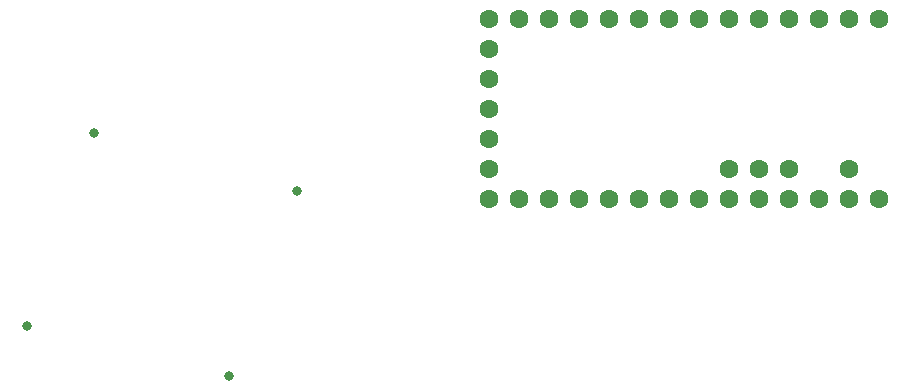
<source format=gts>
G75*
%MOIN*%
%OFA0B0*%
%FSLAX24Y24*%
%IPPOS*%
%LPD*%
%AMOC8*
5,1,8,0,0,1.08239X$1,22.5*
%
%ADD10C,0.0630*%
%ADD11C,0.0330*%
D10*
X020630Y014167D03*
X021630Y014167D03*
X022630Y014167D03*
X023630Y014167D03*
X024630Y014167D03*
X025630Y014167D03*
X026630Y014167D03*
X027630Y014167D03*
X028630Y014167D03*
X029630Y014167D03*
X030630Y014167D03*
X031630Y014167D03*
X032630Y014167D03*
X033630Y014167D03*
X032630Y015167D03*
X030630Y015167D03*
X029630Y015167D03*
X028630Y015167D03*
X028630Y020167D03*
X027630Y020167D03*
X026630Y020167D03*
X025630Y020167D03*
X024630Y020167D03*
X023630Y020167D03*
X022630Y020167D03*
X021630Y020167D03*
X020630Y020167D03*
X020630Y019167D03*
X020630Y018167D03*
X020630Y017167D03*
X020630Y016167D03*
X020630Y015167D03*
X029630Y020167D03*
X030630Y020167D03*
X031630Y020167D03*
X032630Y020167D03*
X033630Y020167D03*
D11*
X011980Y008267D03*
X005230Y009917D03*
X014230Y014417D03*
X007480Y016367D03*
M02*

</source>
